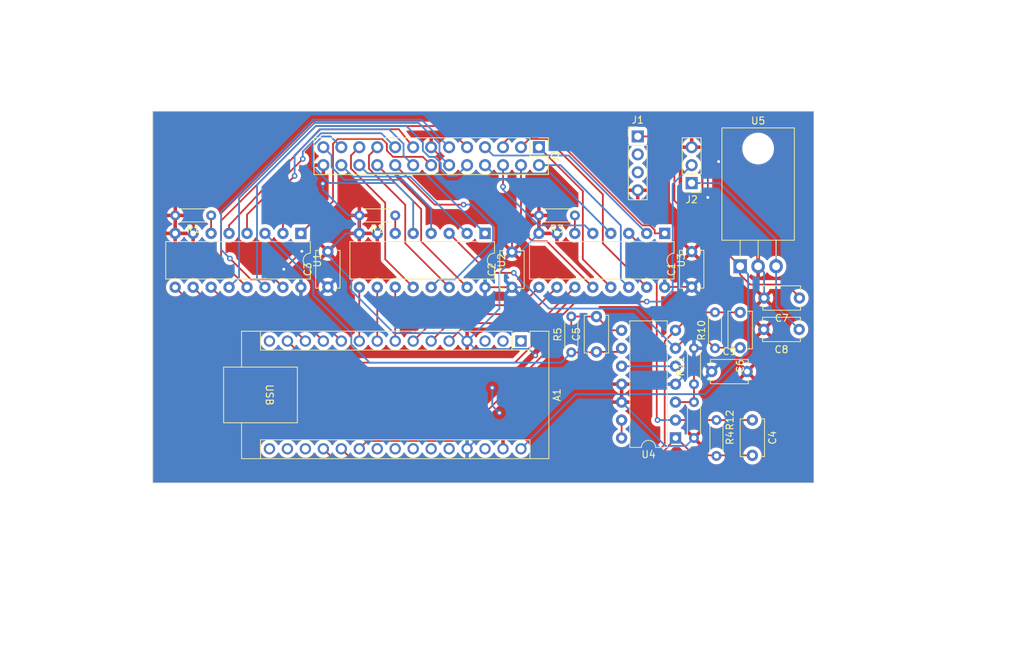
<source format=kicad_pcb>
(kicad_pcb (version 20221018) (generator pcbnew)
  (layers (0 "F.Cu" signal) (31 "B.Cu" signal) (34 "B.Paste" user) (35 "F.Paste" user) (36 "B.SilkS" user "B.Silkscreen") (37 "F.SilkS" user "F.Silkscreen") (38 "B.Mask" user) (39 "F.Mask" user) (44 "Edge.Cuts" user))
  (net 0 "")
  (net 4 "GND")
  (net 5 "/Amp/Mux1SelA")
  (net 6 "/Amp/Mux1SelB")
  (net 7 "/Amp/Mux1SelC")
  (net 8 "/Amp/Mux2SelA")
  (net 9 "/Amp/Mux2SelB")
  (net 10 "/Amp/Mux2SelC")
  (net 11 "/Amp/Mux3SelA")
  (net 12 "/Amp/Mux3SelB")
  (net 13 "/Amp/Mux3SelC")
  (net 14 "/LED_Data")
  (net 19 "/Out1")
  (net 20 "/Out2")
  (net 21 "/Out3")
  (net 27 "+5V")
  (net 29 "+12V")
  (net 30 "/Amp/PhotodiodesMuxed2/Out")
  (net 31 "/Amp/PhotodiodesMuxed1/Out")
  (net 32 "/Amp/PhotodiodesMuxed3/Out")
  (net 33 "/Amp/Vref")
  (net 34 "Net-(U4D--)")
  (net 35 "Net-(U1-~{E})")
  (net 36 "Net-(U3-~{E})")
  (net 39 "+5VP")
  (net 40 "PD1")
  (net 41 "PD2")
  (net 42 "PD3")
  (net 43 "PD4")
  (net 44 "PD5")
  (net 45 "PD6")
  (net 46 "PD7")
  (net 47 "PD8")
  (net 48 "PD9")
  (net 49 "PD10")
  (net 50 "PD11")
  (net 51 "PD12")
  (net 52 "PD13")
  (net 53 "PD14")
  (net 54 "PD15")
  (net 55 "PD16")
  (net 56 "PD17")
  (net 57 "PD18")
  (net 58 "Net-(U2-~{E})")
  (net 59 "PD19")
  (net 60 "PD20")
  (net 61 "PD21")
  (net 62 "PD22")
  (net 63 "PD23")
  (net 64 "PD24")
  (footprint "Package_TO_SOT_THT:TO-220-3_Horizontal_TabDown" (layer "F.Cu") (at 196.088 91.018)
    (fp_text reference "U5")
    (fp_text value "L7805")
  )
  (footprint "Resistor_THT:R_Axial_DIN0204_L3.6mm_D1.6mm_P5.08mm_Horizontal" (layer "F.Cu") (at 172.212 103.204 90)
    (fp_text reference "R5")
    (fp_text value "100k")
  )
  (footprint "Connector_PinHeader_2.54mm:PinHeader_1x03_P2.54mm_Vertical" (layer "F.Cu") (at 189.23 79.248 180)
    (fp_text reference "J2")
    (fp_text value "Conn_01x03_Pin")
  )
  (footprint "Capacitor_THT:C_Disc_D5.1mm_W3.2mm_P5.00mm" (layer "F.Cu") (at 204.47 95.504 180)
    (fp_text reference "C7")
    (fp_text value "0.33u")
  )
  (footprint "Package_DIP:DIP-16_W7.62mm" (layer "F.Cu") (at 185.42 86.36 -90)
    (fp_text reference "U3")
    (fp_text value "74HCT4051")
  )
  (footprint "Package_DIP:DIP-16_W7.62mm" (layer "F.Cu") (at 133.985 86.36 -90)
    (fp_text reference "U1")
    (fp_text value "74HCT4051")
  )
  (footprint "Connector_PinHeader_2.54mm:PinHeader_1x04_P2.54mm_Vertical" (layer "F.Cu") (at 181.61 72.644)
    (fp_text reference "J1")
    (fp_text value "Conn_01x04_Pin")
  )
  (footprint "Resistor_THT:R_Axial_DIN0204_L3.6mm_D1.6mm_P5.08mm_Horizontal" (layer "F.Cu") (at 121.3 83.82 180)
    (fp_text reference "R1")
    (fp_text value "10k")
  )
  (footprint "Package_DIP:DIP-14_W7.62mm" (layer "F.Cu") (at 186.944 115.316 180)
    (fp_text reference "U4")
    (fp_text value "MCP6004")
  )
  (footprint "Capacitor_THT:C_Disc_D5.1mm_W3.2mm_P5.00mm" (layer "F.Cu") (at 192.064 105.918)
    (fp_text reference "C9")
    (fp_text value "0.1u")
  )
  (footprint "Capacitor_THT:C_Disc_D5.1mm_W3.2mm_P5.00mm" (layer "F.Cu") (at 189.23 93.94 90)
    (fp_text reference "C1")
    (fp_text value "0.1u")
  )
  (footprint "Capacitor_THT:C_Disc_D5.1mm_W3.2mm_P5.00mm" (layer "F.Cu") (at 137.795 93.94 90)
    (fp_text reference "C3")
    (fp_text value "0.1u")
  )
  (footprint "Resistor_THT:R_Axial_DIN0204_L3.6mm_D1.6mm_P5.08mm_Horizontal" (layer "F.Cu") (at 192.734 112.771 -90)
    (fp_text reference "R4")
    (fp_text value "100k")
  )
  (footprint "Capacitor_THT:C_Disc_D5.1mm_W3.2mm_P5.00mm" (layer "F.Cu") (at 175.768 103.124 90)
    (fp_text reference "C5")
    (fp_text value "20pF")
  )
  (footprint "Resistor_THT:R_Axial_DIN0204_L3.6mm_D1.6mm_P5.08mm_Horizontal" (layer "F.Cu") (at 192.532 102.616 90)
    (fp_text reference "R10")
    (fp_text value "100k")
  )
  (footprint "Capacitor_THT:C_Disc_D5.1mm_W3.2mm_P5.00mm" (layer "F.Cu") (at 163.83 93.98 90)
    (fp_text reference "C2")
    (fp_text value "0.1u")
  )
  (footprint "Resistor_THT:R_Axial_DIN0204_L3.6mm_D1.6mm_P5.08mm_Horizontal" (layer "F.Cu") (at 189.559 107.691 90)
    (fp_text reference "R11")
    (fp_text value "1M")
  )
  (footprint "Resistor_THT:R_Axial_DIN0204_L3.6mm_D1.6mm_P5.08mm_Horizontal" (layer "F.Cu") (at 147.32 83.82 180)
    (fp_text reference "R2")
    (fp_text value "10k")
  )
  (footprint "Capacitor_THT:C_Disc_D5.1mm_W3.2mm_P5.00mm" (layer "F.Cu") (at 204.43 99.949 180)
    (fp_text reference "C8")
    (fp_text value "0.1u")
  )
  (footprint "Package_DIP:DIP-16_W7.62mm" (layer "F.Cu") (at 160.02 86.36 -90)
    (fp_text reference "U2")
    (fp_text value "74HCT4051")
  )
  (footprint "Resistor_THT:R_Axial_DIN0204_L3.6mm_D1.6mm_P5.08mm_Horizontal" (layer "F.Cu") (at 189.559 115.311 90)
    (fp_text reference "R12")
    (fp_text value "10k")
  )
  (footprint "Capacitor_THT:C_Disc_D5.1mm_W3.2mm_P5.00mm" (layer "F.Cu") (at 197.814 112.771 -90)
    (fp_text reference "C4")
    (fp_text value "20pF")
  )
  (footprint "Connector_PinHeader_2.54mm:PinHeader_2x13_P2.54mm_Vertical" (layer "F.Cu") (at 167.64 74.168 -90)
    (fp_text reference "J3")
    (fp_text value "Conn_02x13_Top_Bottom")
  )
  (footprint "Capacitor_THT:C_Disc_D5.1mm_W3.2mm_P5.00mm" (layer "F.Cu") (at 196.088 102.536 90)
    (fp_text reference "C6")
    (fp_text value "20pF")
  )
  (footprint "Resistor_THT:R_Axial_DIN0204_L3.6mm_D1.6mm_P5.08mm_Horizontal" (layer "F.Cu") (at 172.72 83.82 180)
    (fp_text reference "R3")
    (fp_text value "10k")
  )
  (footprint "Module:Arduino_Nano" (layer "F.Cu") (at 165.1 101.6 -90)
    (fp_text reference "A1")
    (fp_text value "Arduino_Nano_Every")
  )
  (gr_rect (start 113.03 69.088) (end 206.502 121.666) (stroke (width 0.1)) (fill none) (layer "Edge.Cuts"))
  (segment (start 163.83 86.614) (end 163.83 88.98) (width 0.25) (layer "F.Cu") (net 4))
  (segment (start 162.56 114.3) (end 162.56 116.84) (width 0.25) (layer "F.Cu") (net 4))
  (segment (start 167.127701 103.627701) (end 165.608 105.147402) (width 0.25) (layer "F.Cu") (net 4))
  (segment (start 137.086851 79.32115) (end 137.16 79.248001) (width 0.25) (layer "F.Cu") (net 4))
  (segment (start 156.718 81.28) (end 158.496 81.28) (width 0.25) (layer "F.Cu") (net 4))
  (segment (start 152.4 74.168) (end 153.575 75.343) (width 0.25) (layer "F.Cu") (net 4))
  (segment (start 162.551402 108.204) (end 161.036 108.204) (width 0.25) (layer "F.Cu") (net 4))
  (segment (start 166.624 110.236) (end 162.56 114.3) (width 0.25) (layer "F.Cu") (net 4))
  (segment (start 153.575 78.137) (end 156.718 81.28) (width 0.25) (layer "F.Cu") (net 4))
  (segment (start 165.608 105.147402) (end 162.551402 108.204) (width 0.25) (layer "F.Cu") (net 4))
  (segment (start 158.496 81.28) (end 163.83 86.614) (width 0.25) (layer "F.Cu") (net 4))
  (segment (start 162.052 111.76) (end 162.56 112.268) (width 0.25) (layer "F.Cu") (net 4))
  (segment (start 162.56 112.268) (end 162.56 114.3) (width 0.25) (layer "F.Cu") (net 4))
  (segment (start 179.324 110.236) (end 166.624 110.236) (width 0.25) (layer "F.Cu") (net 4))
  (segment (start 153.575 75.343) (end 153.575 78.137) (width 0.25) (layer "F.Cu") (net 4))
  (segment (start 137.16 79.248001) (end 137.16 76.708) (width 0.25) (layer "F.Cu") (net 4))
  (via (at 137.086851 79.32115) (size 0.8) (drill 0.4) (layers "F.Cu" "B.Cu") (net 4))
  (via (at 167.127701 103.627701) (size 0.8) (drill 0.4) (layers "F.Cu" "B.Cu") (net 4))
  (via (at 161.036 108.204) (size 0.8) (drill 0.4) (layers "F.Cu" "B.Cu") (net 4))
  (via (at 162.052 111.76) (size 0.8) (drill 0.4) (layers "F.Cu" "B.Cu") (net 4))
  (segment (start 140.375 86.36) (end 137.795 88.94) (width 0.25) (layer "B.Cu") (net 4))
  (segment (start 163.83 88.98) (end 165.02 88.98) (width 0.25) (layer "B.Cu") (net 4))
  (segment (start 162.705 90.105) (end 162.705 91.295) (width 0.25) (layer "B.Cu") (net 4))
  (segment (start 137.795 89.535) (end 141.115 92.855) (width 0.25) (layer "B.Cu") (net 4))
  (segment (start 162.705 91.295) (end 162.052 91.948) (width 0.25) (layer "B.Cu") (net 4))
  (segment (start 156.355 100.475) (end 157.48 101.6) (width 0.25) (layer "B.Cu") (net 4))
  (segment (start 188.429 116.441) (end 185.529 116.441) (width 0.25) (layer "B.Cu") (net 4))
  (segment (start 162.052 91.948) (end 162.052 97.028) (width 0.25) (layer "B.Cu") (net 4))
  (segment (start 166.225 102.725) (end 167.127701 103.627701) (width 0.25) (layer "B.Cu") (net 4))
  (segment (start 158.605 102.725) (end 166.225 102.725) (width 0.25) (layer "B.Cu") (net 4))
  (segment (start 163.83 88.98) (end 162.705 90.105) (width 0.25) (layer "B.Cu") (net 4))
  (segment (start 142.24 83.82) (end 142.24 86.36) (width 0.25) (layer "B.Cu") (net 4))
  (segment (start 142.24 86.36) (end 140.375 86.36) (width 0.25) (layer "B.Cu") (net 4))
  (segment (start 199.47 95.504) (end 199.47 91.86) (width 0.25) (layer "B.Cu") (net 4))
  (segment (start 140.716 83.82) (end 137.086851 80.190851) (width 0.25) (layer "B.Cu") (net 4))
  (segment (start 141.115 92.855) (end 141.115 94.445991) (width 0.25) (layer "B.Cu") (net 4))
  (segment (start 165.02 88.98) (end 167.64 86.36) (width 0.25) (layer "B.Cu") (net 4))
  (segment (start 157.48 101.6) (end 158.605 102.725) (width 0.25) (layer "B.Cu") (net 4))
  (segment (start 142.24 83.82) (end 140.716 83.82) (width 0.25) (layer "B.Cu") (net 4))
  (segment (start 189.559 115.311) (end 188.429 116.441) (width 0.25) (layer "B.Cu") (net 4))
  (segment (start 185.529 116.441) (end 179.324 110.236) (width 0.25) (layer "B.Cu") (net 4))
  (segment (start 137.086851 80.190851) (end 137.086851 79.32115) (width 0.25) (layer "B.Cu") (net 4))
  (segment (start 161.036 110.744) (end 162.052 111.76) (width 0.25) (layer "B.Cu") (net 4))
  (segment (start 199.47 91.86) (end 198.628 91.018) (width 0.25) (layer "B.Cu") (net 4))
  (segment (start 141.115 94.445991) (end 147.144009 100.475) (width 0.25) (layer "B.Cu") (net 4))
  (segment (start 162.052 97.028) (end 157.48 101.6) (width 0.25) (layer "B.Cu") (net 4))
  (segment (start 161.036 108.204) (end 161.036 110.744) (width 0.25) (layer "B.Cu") (net 4))
  (segment (start 147.144009 100.475) (end 156.355 100.475) (width 0.25) (layer "B.Cu") (net 4))
  (segment (start 172.72 93.98) (end 167.64 99.06) (width 0.25) (layer "F.Cu") (net 5))
  (segment (start 157.48 99.06) (end 154.94 101.6) (width 0.25) (layer "F.Cu") (net 5))
  (segment (start 167.64 99.06) (end 157.48 99.06) (width 0.25) (layer "F.Cu") (net 5))
  (segment (start 156.21 97.79) (end 166.37 97.79) (width 0.25) (layer "F.Cu") (net 6))
  (segment (start 152.4 101.6) (end 156.21 97.79) (width 0.25) (layer "F.Cu") (net 6))
  (segment (start 166.37 97.79) (end 170.18 93.98) (width 0.25) (layer "F.Cu") (net 6))
  (segment (start 165.1 96.52) (end 154.94 96.52) (width 0.25) (layer "F.Cu") (net 7))
  (segment (start 167.64 93.98) (end 165.1 96.52) (width 0.25) (layer "F.Cu") (net 7))
  (segment (start 154.94 96.52) (end 149.86 101.6) (width 0.25) (layer "F.Cu") (net 7))
  (segment (start 147.32 101.6) (end 147.32 93.98) (width 0.25) (layer "F.Cu") (net 8))
  (segment (start 144.78 101.6) (end 144.78 93.98) (width 0.25) (layer "F.Cu") (net 9))
  (segment (start 142.24 101.6) (end 142.24 93.98) (width 0.25) (layer "F.Cu") (net 10))
  (segment (start 134.62 96.52) (end 123.825 96.52) (width 0.25) (layer "F.Cu") (net 11))
  (segment (start 139.7 101.6) (end 134.62 96.52) (width 0.25) (layer "F.Cu") (net 11))
  (segment (start 123.825 96.52) (end 121.285 93.98) (width 0.25) (layer "F.Cu") (net 11))
  (segment (start 137.16 101.6) (end 133.35 97.79) (width 0.25) (layer "F.Cu") (net 12))
  (segment (start 133.35 97.79) (end 122.555 97.79) (width 0.25) (layer "F.Cu") (net 12))
  (segment (start 122.555 97.79) (end 118.745 93.98) (width 0.25) (layer "F.Cu") (net 12))
  (segment (start 121.285 99.06) (end 116.205 93.98) (width 0.25) (layer "F.Cu") (net 13))
  (segment (start 134.62 101.6) (end 132.08 99.06) (width 0.25) (layer "F.Cu") (net 13))
  (segment (start 132.08 99.06) (end 121.285 99.06) (width 0.25) (layer "F.Cu") (net 13))
  (segment (start 164.238431 104.648) (end 172.874431 96.012) (width 0.25) (layer "F.Cu") (net 14))
  (segment (start 132.08 101.6) (end 135.128 104.648) (width 0.25) (layer "F.Cu") (net 14))
  (segment (start 135.128 104.648) (end 164.238431 104.648) (width 0.25) (layer "F.Cu") (net 14))
  (segment (start 172.874431 96.012) (end 182.88 96.012) (width 0.25) (layer "F.Cu") (net 14))
  (via (at 182.88 96.012) (size 0.8) (drill 0.4) (layers "F.Cu" "B.Cu") (net 14))
  (segment (start 182.88 96.012) (end 184.978991 96.012) (width 0.25) (layer "B.Cu") (net 14))
  (segment (start 186.545 94.445991) (end 186.545 79.393) (width 0.25) (layer "B.Cu") (net 14))
  (segment (start 186.545 79.393) (end 189.23 76.708) (width 0.25) (layer "B.Cu") (net 14))
  (segment (start 184.978991 96.012) (end 186.545 94.445991) (width 0.25) (layer "B.Cu") (net 14))
  (segment (start 139.7 119.38) (end 137.16 116.84) (width 0.25) (layer "F.Cu") (net 19))
  (segment (start 183.388 119.38) (end 139.7 119.38) (width 0.25) (layer "F.Cu") (net 19))
  (segment (start 186.944 115.316) (end 183.388 119.38) (width 0.25) (layer "F.Cu") (net 19))
  (segment (start 189.569 117.771) (end 197.814 117.771) (width 0.25) (layer "F.Cu") (net 19))
  (segment (start 189.569 117.771) (end 187.114 115.316) (width 0.25) (layer "F.Cu") (net 19))
  (segment (start 141.79 118.93) (end 139.7 116.84) (width 0.25) (layer "F.Cu") (net 20))
  (segment (start 186.944 100.076) (end 185.42 101.6) (width 0.25) (layer "F.Cu") (net 20))
  (segment (start 185.42 101.6) (end 185.42 116.203604) (width 0.25) (layer "F.Cu") (net 20))
  (segment (start 189.484 97.536) (end 186.944 100.076) (width 0.25) (layer "F.Cu") (net 20))
  (segment (start 196.088 97.536) (end 192.532 97.536) (width 0.25) (layer "F.Cu") (net 20))
  (segment (start 192.532 97.536) (end 189.484 97.536) (width 0.25) (layer "F.Cu") (net 20))
  (segment (start 182.693604 118.93) (end 141.79 118.93) (width 0.25) (layer "F.Cu") (net 20))
  (segment (start 185.42 116.203604) (end 182.693604 118.93) (width 0.25) (layer "F.Cu") (net 20))
  (segment (start 156.065 115.715) (end 172.212 99.568) (width 0.25) (layer "F.Cu") (net 21))
  (segment (start 177.72 100.076) (end 175.768 98.124) (width 0.25) (layer "F.Cu") (net 21))
  (segment (start 143.365 115.715) (end 156.065 115.715) (width 0.25) (layer "F.Cu") (net 21))
  (segment (start 179.324 100.076) (end 177.72 100.076) (width 0.25) (layer "F.Cu") (net 21))
  (segment (start 142.24 116.84) (end 143.365 115.715) (width 0.25) (layer "F.Cu") (net 21))
  (segment (start 172.212 99.568) (end 172.212 98.124) (width 0.25) (layer "F.Cu") (net 21))
  (segment (start 175.768 98.124) (end 172.212 98.124) (width 0.25) (layer "F.Cu") (net 21))
  (segment (start 189.23 93.94) (end 185.46 93.94) (width 0.25) (layer "F.Cu") (net 27))
  (segment (start 131.572 91.44) (end 134.112 88.9) (width 0.25) (layer "F.Cu") (net 27))
  (segment (start 160.02 93.98) (end 163.83 93.98) (width 0.25) (layer "F.Cu") (net 27))
  (segment (start 191.516 77.724) (end 191.516 81.28) (width 0.25) (layer "F.Cu") (net 27))
  (segment (start 193.04 76.2) (end 191.516 77.724) (width 0.25) (layer "F.Cu") (net 27))
  (via (at 131.572 91.44) (size 0.8) (drill 0.4) (layers "F.Cu" "B.Cu") (net 27))
  (via (at 191.516 81.28) (size 0.8) (drill 0.4) (layers "F.Cu" "B.Cu") (net 27))
  (via (at 134.112 88.9) (size 0.8) (drill 0.4) (layers "F.Cu" "B.Cu") (net 27))
  (via (at 193.04 76.2) (size 0.8) (drill 0.4) (layers "F.Cu" "B.Cu") (net 27))
  (segment (start 173.237 102.25563) (end 173.237 104.131) (width 0.25) (layer "B.Cu") (net 27))
  (segment (start 189.559 105.081) (end 189.559 102.611) (width 0.25) (layer "B.Cu") (net 27))
  (segment (start 159.004 115.316) (end 157.48 116.84) (width 0.25) (layer "B.Cu") (net 27))
  (segment (start 186.944 107.696) (end 189.559 105.081) (width 0.25) (layer "B.Cu") (net 27))
  (segment (start 162.052 115.316) (end 159.004 115.316) (width 0.25) (layer "B.Cu") (net 27))
  (segment (start 173.237 104.131) (end 162.052 115.316) (width 0.25) (layer "B.Cu") (net 27))
  (segment (start 164.96137 93.98) (end 173.237 102.25563) (width 0.25) (layer "B.Cu") (net 27))
  (segment (start 163.83 93.98) (end 164.96137 93.98) (width 0.25) (layer "B.Cu") (net 27))
  (segment (start 183.896 72.644) (end 181.61 72.644) (width 0.25) (layer "F.Cu") (net 29))
  (segment (start 186.785 75.533) (end 183.896 72.644) (width 0.25) (layer "F.Cu") (net 29))
  (segment (start 204.47 95.377) (end 202.692 93.599) (width 0.25) (layer "F.Cu") (net 29))
  (segment (start 186.785 81.715) (end 186.785 75.533) (width 0.25) (layer "F.Cu") (net 29))
  (segment (start 196.088 91.018) (end 186.785 81.715) (width 0.25) (layer "F.Cu") (net 29))
  (segment (start 196.088 92.052) (end 196.088 91.018) (width 0.25) (layer "F.Cu") (net 29))
  (segment (start 197.485 93.599) (end 196.088 92.202) (width 0.25) (layer "F.Cu") (net 29))
  (segment (start 202.692 93.599) (end 197.485 93.599) (width 0.25) (layer "F.Cu") (net 29))
  (segment (start 204.47 95.504) (end 204.47 95.377) (width 0.25) (layer "F.Cu") (net 29))
  (segment (start 196.088 92.202) (end 196.088 91.018) (width 0.25) (layer "F.Cu") (net 29))
  (segment (start 196.088 91.018) (end 197.213 92.143) (width 0.25) (layer "B.Cu") (net 29))
  (segment (start 197.213 103.015) (end 191.117 109.111) (width 0.25) (layer "B.Cu") (net 29))
  (segment (start 172.829 109.111) (end 165.1 116.84) (width 0.25) (layer "B.Cu") (net 29))
  (segment (start 191.117 109.111) (end 172.829 109.111) (width 0.25) (layer "B.Cu") (net 29))
  (segment (start 197.213 92.143) (end 197.213 103.015) (width 0.25) (layer "B.Cu") (net 29))
  (segment (start 178.816 103.124) (end 179.324 102.616) (width 0.25) (layer "F.Cu") (net 30))
  (segment (start 175.768 103.124) (end 178.816 103.124) (width 0.25) (layer "F.Cu") (net 30))
  (segment (start 172.212 103.204) (end 175.688 103.204) (width 0.25) (layer "F.Cu") (net 30))
  (segment (start 170.768 104.648) (end 172.212 103.204) (width 0.25) (layer "B.Cu") (net 30))
  (segment (start 141.115 100.475) (end 141.115 102.065991) (width 0.25) (layer "B.Cu") (net 30))
  (segment (start 141.115 102.065991) (end 143.697009 104.648) (width 0.25) (layer "B.Cu") (net 30))
  (segment (start 135.745 93.2) (end 135.745 95.105) (width 0.25) (layer "B.Cu") (net 30))
  (segment (start 128.905 86.36) (end 135.745 93.2) (width 0.25) (layer "B.Cu") (net 30))
  (segment (start 135.745 95.105) (end 141.115 100.475) (width 0.25) (layer "B.Cu") (net 30))
  (segment (start 143.697009 104.648) (end 170.768 104.648) (width 0.25) (layer "B.Cu") (net 30))
  (segment (start 184.295 90.315) (end 184.295 112.667) (width 0.25) (layer "F.Cu") (net 31))
  (segment (start 184.295 112.667) (end 184.404 112.776) (width 0.25) (layer "F.Cu") (net 31))
  (segment (start 186.944 112.776) (end 197.809 112.776) (width 0.25) (layer "F.Cu") (net 31))
  (segment (start 180.34 86.36) (end 184.295 90.315) (width 0.25) (layer "F.Cu") (net 31))
  (via (at 184.404 112.776) (size 0.8) (drill 0.4) (layers "F.Cu" "B.Cu") (net 31))
  (segment (start 184.404 112.776) (end 186.944 112.776) (width 0.25) (layer "B.Cu") (net 31))
  (segment (start 154.94 86.36) (end 160.528 91.948) (width 0.25) (layer "F.Cu") (net 32))
  (segment (start 191.008 101.092) (end 192.532 102.616) (width 0.25) (layer "F.Cu") (net 32))
  (segment (start 186.944 102.616) (end 188.468 101.092) (width 0.25) (layer "F.Cu") (net 32))
  (segment (start 160.528 91.948) (end 164.084 91.948) (width 0.25) (layer "F.Cu") (net 32))
  (segment (start 196.088 102.536) (end 192.612 102.536) (width 0.25) (layer "F.Cu") (net 32))
  (segment (start 188.468 101.092) (end 191.008 101.092) (width 0.25) (layer "F.Cu") (net 32))
  (via (at 164.084 91.948) (size 0.8) (drill 0.4) (layers "F.Cu" "B.Cu") (net 32))
  (segment (start 164.084 91.948) (end 164.084 92.014991) (width 0.25) (layer "B.Cu") (net 32))
  (segment (start 169.068009 96.999) (end 181.327 96.999) (width 0.25) (layer "B.Cu") (net 32))
  (segment (start 181.327 96.999) (end 186.944 102.616) (width 0.25) (layer "B.Cu") (net 32))
  (segment (start 164.084 92.014991) (end 169.068009 96.999) (width 0.25) (layer "B.Cu") (net 32))
  (segment (start 189.559 106.04) (end 188.675 105.156) (width 0.25) (layer "F.Cu") (net 33))
  (segment (start 189.559 110.231) (end 189.559 107.691) (width 0.25) (layer "F.Cu") (net 33))
  (segment (start 189.559 107.691) (end 189.559 106.04) (width 0.25) (layer "F.Cu") (net 33))
  (segment (start 188.675 105.156) (end 186.944 105.156) (width 0.25) (layer "F.Cu") (net 33))
  (segment (start 186.944 110.236) (end 189.554 110.236) (width 0.25) (layer "F.Cu") (net 33))
  (segment (start 186.944 105.156) (end 179.324 105.156) (width 0.25) (layer "B.Cu") (net 33))
  (segment (start 179.324 112.776) (end 179.324 115.316) (width 0.25) (layer "F.Cu") (net 34))
  (segment (start 121.285 86.36) (end 121.285 83.835) (width 0.25) (layer "F.Cu") (net 35))
  (segment (start 172.72 86.36) (end 172.72 83.82) (width 0.25) (layer "F.Cu") (net 36))
  (segment (start 201.168 91.018) (end 201.168 87.247604) (width 0.25) (layer "B.Cu") (net 39))
  (segment (start 193.168396 79.248) (end 189.23 79.248) (width 0.25) (layer "B.Cu") (net 39))
  (segment (start 204.43 99.949) (end 201.168 96.687) (width 0.25) (layer "B.Cu") (net 39))
  (segment (start 201.168 87.247604) (end 193.168396 79.248) (width 0.25) (layer "B.Cu") (net 39))
  (segment (start 201.168 96.687) (end 201.168 91.018) (width 0.25) (layer "B.Cu") (net 39))
  (segment (start 173.845 80.373) (end 167.64 74.168) (width 0.25) (layer "F.Cu") (net 40))
  (segment (start 177.8 93.98) (end 173.845 90.025) (width 0.25) (layer "F.Cu") (net 40))
  (segment (start 173.845 90.025) (end 173.845 80.373) (width 0.25) (layer "F.Cu") (net 40))
  (segment (start 170.688 76.708) (end 167.64 76.708) (width 0.25) (layer "B.Cu") (net 41))
  (segment (start 179.215 85.235) (end 170.688 76.708) (width 0.25) (layer "B.Cu") (net 41))
  (segment (start 179.215 92.855) (end 179.215 85.235) (width 0.25) (layer "B.Cu") (net 41))
  (segment (start 180.34 93.98) (end 179.215 92.855) (width 0.25) (layer "B.Cu") (net 41))
  (segment (start 182.88 93.98) (end 176.675 87.775) (width 0.25) (layer "F.Cu") (net 42))
  (segment (start 176.675 80.853) (end 168.815 72.993) (width 0.25) (layer "F.Cu") (net 42))
  (segment (start 176.675 87.775) (end 176.675 80.853) (width 0.25) (layer "F.Cu") (net 42))
  (segment (start 166.275 72.993) (end 165.1 74.168) (width 0.25) (layer "F.Cu") (net 42))
  (segment (start 168.815 72.993) (end 166.275 72.993) (width 0.25) (layer "F.Cu") (net 42))
  (segment (start 168.765 87.485) (end 166.733 87.485) (width 0.25) (layer "F.Cu") (net 43))
  (segment (start 165.1 85.852) (end 165.1 76.708) (width 0.25) (layer "F.Cu") (net 43))
  (segment (start 175.26 93.98) (end 168.765 87.485) (width 0.25) (layer "F.Cu") (net 43))
  (segment (start 166.733 87.485) (end 165.1 85.852) (width 0.25) (layer "F.Cu") (net 43))
  (segment (start 182.263 85.235) (end 169.513 72.485) (width 0.25) (layer "F.Cu") (net 44))
  (segment (start 184.005 86.36) (end 184.005 85.894009) (width 0.25) (layer "F.Cu") (net 44))
  (segment (start 183.345991 85.235) (end 182.263 85.235) (width 0.25) (layer "F.Cu") (net 44))
  (segment (start 163.735 72.485) (end 162.56 73.66) (width 0.25) (layer "F.Cu") (net 44))
  (segment (start 169.513 72.485) (end 163.735 72.485) (width 0.25) (layer "F.Cu") (net 44))
  (segment (start 184.005 85.894009) (end 183.345991 85.235) (width 0.25) (layer "F.Cu") (net 44))
  (segment (start 185.42 86.36) (end 184.005 86.36) (width 0.25) (layer "F.Cu") (net 44))
  (segment (start 162.56 79.756) (end 162.56 76.708) (width 0.25) (layer "F.Cu") (net 45))
  (via (at 162.56 79.756) (size 0.8) (drill 0.4) (layers "F.Cu" "B.Cu") (net 45))
  (segment (start 175.26 86.36) (end 174.135 85.235) (width 0.25) (layer "B.Cu") (net 45))
  (segment (start 167.605431 85.235) (end 162.56 80.189569) (width 0.25) (layer "B.Cu") (net 45))
  (segment (start 162.56 80.189569) (end 162.56 79.756) (width 0.25) (layer "B.Cu") (net 45))
  (segment (start 174.135 85.235) (end 167.605431 85.235) (width 0.25) (layer "B.Cu") (net 45))
  (segment (start 182.88 86.36) (end 171.863 75.343) (width 0.25) (layer "B.Cu") (net 46))
  (segment (start 161.195 75.343) (end 160.02 74.168) (width 0.25) (layer "B.Cu") (net 46))
  (segment (start 171.863 75.343) (end 161.195 75.343) (width 0.25) (layer "B.Cu") (net 46))
  (segment (start 177.8 86.36) (end 169.323 77.883) (width 0.25) (layer "B.Cu") (net 47))
  (segment (start 169.323 77.883) (end 161.195 77.883) (width 0.25) (layer "B.Cu") (net 47))
  (segment (start 161.195 77.883) (end 160.02 76.708) (width 0.25) (layer "B.Cu") (net 47))
  (segment (start 154.49 71.178) (end 157.48 74.168) (width 0.25) (layer "F.Cu") (net 48))
  (segment (start 126.365 93.98) (end 122.7 90.315) (width 0.25) (layer "F.Cu") (net 48))
  (segment (start 122.7 90.315) (end 122.7 84.564) (width 0.25) (layer "F.Cu") (net 48))
  (segment (start 136.086 71.178) (end 154.49 71.178) (width 0.25) (layer "F.Cu") (net 48))
  (segment (start 122.7 84.564) (end 136.086 71.178) (width 0.25) (layer "F.Cu") (net 48))
  (segment (start 148.901999 71.178) (end 151.225 73.501001) (width 0.25) (layer "B.Cu") (net 49))
  (segment (start 151.225 74.654701) (end 152.103299 75.533) (width 0.25) (layer "B.Cu") (net 49))
  (segment (start 136.086 71.178) (end 148.901999 71.178) (width 0.25) (layer "B.Cu") (net 49))
  (segment (start 151.225 73.501001) (end 151.225 74.654701) (width 0.25) (layer "B.Cu") (net 49))
  (segment (start 127.78 92.855) (end 127.78 79.484) (width 0.25) (layer "B.Cu") (net 49))
  (segment (start 152.886701 75.533) (end 153.765 76.411299) (width 0.25) (layer "B.Cu") (net 49))
  (segment (start 155.956 78.232) (end 157.48 76.708) (width 0.25) (layer "B.Cu") (net 49))
  (segment (start 153.765 76.411299) (end 153.765 77.194701) (width 0.25) (layer "B.Cu") (net 49))
  (segment (start 154.802299 78.232) (end 155.956 78.232) (width 0.25) (layer "B.Cu") (net 49))
  (segment (start 153.765 77.194701) (end 154.802299 78.232) (width 0.25) (layer "B.Cu") (net 49))
  (segment (start 128.905 93.98) (end 127.78 92.855) (width 0.25) (layer "B.Cu") (net 49))
  (segment (start 127.78 79.484) (end 136.086 71.178) (width 0.25) (layer "B.Cu") (net 49))
  (segment (start 152.103299 75.533) (end 152.886701 75.533) (width 0.25) (layer "B.Cu") (net 49))
  (segment (start 126.891 92.855) (end 123.952 89.916) (width 0.25) (layer "F.Cu") (net 50))
  (segment (start 130.32 92.855) (end 126.891 92.855) (width 0.25) (layer "F.Cu") (net 50))
  (segment (start 131.445 93.98) (end 130.32 92.855) (width 0.25) (layer "F.Cu") (net 50))
  (via (at 123.952 89.916) (size 0.8) (drill 0.4) (layers "F.Cu" "B.Cu") (net 50))
  (segment (start 122.7 88.664) (end 122.7 83.291208) (width 0.25) (layer "B.Cu") (net 50))
  (segment (start 135.713208 70.278) (end 151.05 70.278) (width 0.25) (layer "B.Cu") (net 50))
  (segment (start 123.952 89.916) (end 122.7 88.664) (width 0.25) (layer "B.Cu") (net 50))
  (segment (start 151.05 70.278) (end 154.94 74.168) (width 0.25) (layer "B.Cu") (net 50))
  (segment (start 122.7 83.291208) (end 135.713208 70.278) (width 0.25) (layer "B.Cu") (net 50))
  (segment (start 123.825 93.98) (end 125.24 92.565) (width 0.25) (layer "B.Cu") (net 51))
  (segment (start 125.24 81.387604) (end 135.899604 70.728) (width 0.25) (layer "B.Cu") (net 51))
  (segment (start 153.575 75.343) (end 154.94 76.708) (width 0.25) (layer "B.Cu") (net 51))
  (segment (start 153.575 73.681299) (end 153.575 75.343) (width 0.25) (layer "B.Cu") (net 51))
  (segment (start 125.24 92.565) (end 125.24 81.387604) (width 0.25) (layer "B.Cu") (net 51))
  (segment (start 150.621701 70.728) (end 153.575 73.681299) (width 0.25) (layer "B.Cu") (net 51))
  (segment (start 135.899604 70.728) (end 150.621701 70.728) (width 0.25) (layer "B.Cu") (net 51))
  (segment (start 138.525 81.82) (end 138.525 73.681299) (width 0.25) (layer "F.Cu") (net 52))
  (segment (start 146.145 73.681299) (end 146.145 74.654701) (width 0.25) (layer "F.Cu") (net 52))
  (segment (start 151.225 75.533) (end 152.4 76.708) (width 0.25) (layer "F.Cu") (net 52))
  (segment (start 139.213299 72.993) (end 145.456701 72.993) (width 0.25) (layer "F.Cu") (net 52))
  (segment (start 146.145 74.654701) (end 147.023299 75.533) (width 0.25) (layer "F.Cu") (net 52))
  (segment (start 133.985 86.36) (end 138.525 81.82) (width 0.25) (layer "F.Cu") (net 52))
  (segment (start 145.456701 72.993) (end 146.145 73.681299) (width 0.25) (layer "F.Cu") (net 52))
  (segment (start 138.525 73.681299) (end 139.213299 72.993) (width 0.25) (layer "F.Cu") (net 52))
  (segment (start 147.023299 75.533) (end 151.225 75.533) (width 0.25) (layer "F.Cu") (net 52))
  (segment (start 123.825 86.36) (end 123.825 85.22863) (width 0.25) (layer "F.Cu") (net 53))
  (segment (start 123.825 85.22863) (end 136.652 71.628) (width 0.25) (layer "F.Cu") (net 53))
  (segment (start 136.652 71.628) (end 147.828 71.628) (width 0.25) (layer "F.Cu") (net 53))
  (segment (start 147.828 71.628) (end 149.86 74.168) (width 0.25) (layer "F.Cu") (net 53))
  (segment (start 131.445 86.36) (end 131.445 79.883) (width 0.25) (layer "F.Cu") (net 54))
  (segment (start 131.445 79.883) (end 133.096 78.232) (width 0.25) (layer "F.Cu") (net 54))
  (via (at 133.096 78.232) (size 0.8) (drill 0.4) (layers "F.Cu" "B.Cu") (net 54))
  (segment (start 146.441701 71.628) (end 148.495 73.681299) (width 0.25) (layer "B.Cu") (net 54))
  (segment (start 133.096 78.232) (end 133.096 75.297507) (width 0.25) (layer "B.Cu") (net 54))
  (segment (start 136.765507 71.628) (end 146.441701 71.628) (width 0.25) (layer "B.Cu") (net 54))
  (segment (start 148.495 75.343) (end 149.86 76.708) (width 0.25) (layer "B.Cu") (net 54))
  (segment (start 133.096 75.297507) (end 136.765507 71.628) (width 0.25) (layer "B.Cu") (net 54))
  (segment (start 148.495 73.681299) (end 148.495 75.343) (width 0.25) (layer "B.Cu") (net 54))
  (segment (start 126.365 86.36) (end 126.365 83.713228) (width 0.25) (layer "F.Cu") (net 55))
  (segment (start 126.365 83.713228) (end 134.249114 75.829114) (width 0.25) (layer "F.Cu") (net 55))
  (via (at 134.249114 75.829114) (size 0.8) (drill 0.4) (layers "F.Cu" "B.Cu") (net 55))
  (segment (start 145.346 72.194) (end 147.32 74.168) (width 0.25) (layer "B.Cu") (net 55))
  (segment (start 134.249114 74.780789) (end 136.835903 72.194) (width 0.25) (layer "B.Cu") (net 55))
  (segment (start 136.835903 72.194) (end 145.346 72.194) (width 0.25) (layer "B.Cu") (net 55))
  (segment (start 134.249114 75.829114) (end 134.249114 74.780789) (width 0.25) (layer "B.Cu") (net 55))
  (segment (start 156.976299 82.291701) (end 152.903701 82.291701) (width 0.25) (layer "F.Cu") (net 56))
  (segment (start 152.903701 82.291701) (end 147.32 76.708) (width 0.25) (layer "F.Cu") (net 56))
  (via (at 156.976299 82.291701) (size 0.8) (drill 0.4) (layers "F.Cu" "B.Cu") (net 56))
  (segment (start 155.775 92.855) (end 161.145 87.485) (width 0.25) (layer "B.Cu") (net 56))
  (segment (start 152.4 93.98) (end 153.525 92.855) (width 0.25) (layer "B.Cu") (net 56))
  (segment (start 161.145 87.485) (end 161.145 85.344) (width 0.25) (layer "B.Cu") (net 56))
  (segment (start 153.525 92.855) (end 155.775 92.855) (width 0.25) (layer "B.Cu") (net 56))
  (segment (start 161.145 85.344) (end 158.092701 82.291701) (width 0.25) (layer "B.Cu") (net 56))
  (segment (start 158.092701 82.291701) (end 156.976299 82.291701) (width 0.25) (layer "B.Cu") (net 56))
  (segment (start 143.605 77.194701) (end 143.605 75.343) (width 0.25) (layer "F.Cu") (net 57))
  (segment (start 148.735 87.775) (end 148.735 82.324701) (width 0.25) (layer "F.Cu") (net 57))
  (segment (start 154.94 93.98) (end 148.735 87.775) (width 0.25) (layer "F.Cu") (net 57))
  (segment (start 143.605 75.343) (end 144.78 74.168) (width 0.25) (layer "F.Cu") (net 57))
  (segment (start 148.735 82.324701) (end 143.605 77.194701) (width 0.25) (layer "F.Cu") (net 57))
  (segment (start 147.32 86.36) (end 147.32 83.82) (width 0.25) (layer "F.Cu") (net 58))
  (segment (start 157.48 93.98) (end 150.985 87.485) (width 0.25) (layer "F.Cu") (net 59))
  (segment (start 150.985 82.913) (end 144.78 76.708) (width 0.25) (layer "F.Cu") (net 59))
  (segment (start 150.985 87.485) (end 150.985 82.913) (width 0.25) (layer "F.Cu") (net 59))
  (segment (start 145.905 82.034701) (end 141.065 77.194701) (width 0.25) (layer "F.Cu") (net 60))
  (segment (start 149.86 93.98) (end 145.905 90.025) (width 0.25) (layer "F.Cu") (net 60))
  (segment (start 145.905 90.025) (end 145.905 82.034701) (width 0.25) (layer "F.Cu") (net 60))
  (segment (start 141.065 77.194701) (end 141.065 75.343) (width 0.25) (layer "F.Cu") (net 60))
  (segment (start 141.065 75.343) (end 142.24 74.168) (width 0.25) (layer "F.Cu") (net 60))
  (segment (start 151.543 77.883) (end 143.415 77.883) (width 0.25) (layer "B.Cu") (net 61))
  (segment (start 143.415 77.883) (end 142.24 76.708) (width 0.25) (layer "B.Cu") (net 61))
  (segment (start 160.02 86.36) (end 151.543 77.883) (width 0.25) (layer "B.Cu") (net 61))
  (segment (start 138.023299 79.233) (end 135.636 76.845701) (width 0.25) (layer "B.Cu") (net 62))
  (segment (start 137.022299 72.644) (end 138.176 72.644) (width 0.25) (layer "B.Cu") (net 62))
  (segment (start 149.86 86.36) (end 149.86 81.788) (width 0.25) (layer "B.Cu") (net 62))
  (segment (start 149.86 81.788) (end 147.305 79.233) (width 0.25) (layer "B.Cu") (net 62))
  (segment (start 147.305 79.233) (end 138.023299 79.233) (width 0.25) (layer "B.Cu") (net 62))
  (segment (start 135.636 76.845701) (end 135.636 74.030299) (width 0.25) (layer "B.Cu") (net 62))
  (segment (start 138.176 72.644) (end 139.7 74.168) (width 0.25) (layer "B.Cu") (net 62))
  (segment (start 135.636 74.030299) (end 137.022299 72.644) (width 0.25) (layer "B.Cu") (net 62))
  (segment (start 157.48 86.36) (end 149.453 78.333) (width 0.25) (layer "B.Cu") (net 63))
  (segment (start 141.325 78.333) (end 139.7 76.708) (width 0.25) (layer "B.Cu") (net 63))
  (segment (start 149.453 78.333) (end 141.325 78.333) (width 0.25) (layer "B.Cu") (net 63))
  (segment (start 152.4 82.804) (end 148.379 78.783) (width 0.25) (layer "B.Cu") (net 64))
  (segment (start 140.113299 78.783) (end 138.335 77.004701) (width 0.25) (layer "B.Cu") (net 64))
  (segment (start 148.379 78.783) (end 140.113299 78.783) (width 0.25) (layer "B.Cu") (net 64))
  (segment (start 152.4 86.36) (end 152.4 82.804) (width 0.25) (layer "B.Cu") (net 64))
  (segment (start 138.335 75.343) (end 137.16 74.168) (width 0.25) (layer "B.Cu") (net 64))
  (segment (start 138.335 77.004701) (end 138.335 75.343) (width 0.25) (layer "B.Cu") (net 64))
  (zone (net 4) (net_name "GND") (layer "F.Cu") (priority 1) (connect_pads (clearance 0.5)) (min_thickness 0.25) (fill yes (thermal_gap 0.5) (thermal_bridge_width 0.5))
    (polygon (pts (xy 236.22 147.32) (xy 236.22 53.34) (xy 91.44 53.34) (xy 91.44 147.32)))
  )
  (zone (net 27) (net_name "+5V") (layer "B.Cu") (connect_pads (clearance 0.5)) (min_thickness 0.25) (fill yes (thermal_gap 0.5) (thermal_bridge_width 0.5))
    (polygon (pts (xy 91.44 53.34) (xy 91.44 147.32) (xy 236.22 147.32) (xy 236.22 53.34)))
  )
)
</source>
